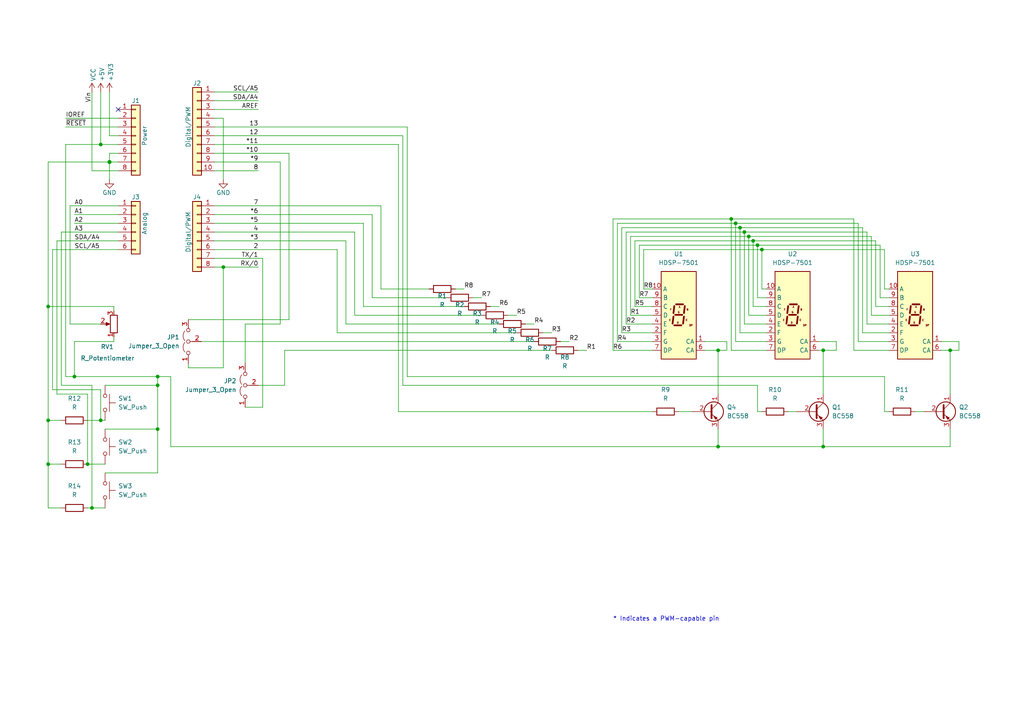
<source format=kicad_sch>
(kicad_sch (version 20231120) (generator "eeschema") (generator_version "8.0")
  (paper "A4")
  (title_block (date "mar. 31 mars 2015"))
  (lib_symbols
    (symbol "Connector_Generic:Conn_01x06" (pin_names (offset 1.016) hide)
      (property "Reference" "J" (at 0 7.62 0))
      (property "Value" "Conn_01x06" (at 0 -10.16 0))
      (symbol "Conn_01x06_1_1"
        (rectangle (start -1.27 -7.493) (end 0 -7.747) (stroke (width 0.1524)))
        (rectangle (start -1.27 -4.953) (end 0 -5.207) (stroke (width 0.1524)))
        (rectangle (start -1.27 -2.413) (end 0 -2.667) (stroke (width 0.1524)))
        (rectangle (start -1.27 0.127) (end 0 -0.127) (stroke (width 0.1524)))
        (rectangle (start -1.27 2.667) (end 0 2.413) (stroke (width 0.1524)))
        (rectangle (start -1.27 5.207) (end 0 4.953) (stroke (width 0.1524)))
        (rectangle (start -1.27 6.35) (end 1.27 -8.89) (stroke (width 0.254)) (fill (type background)))
        (pin passive line (at -5.08 5.08 0) (length 3.81) (name "Pin_1") (number "1"))
        (pin passive line (at -5.08 2.54 0) (length 3.81) (name "Pin_2") (number "2"))
        (pin passive line (at -5.08 0 0) (length 3.81) (name "Pin_3") (number "3"))
        (pin passive line (at -5.08 -2.54 0) (length 3.81) (name "Pin_4") (number "4"))
        (pin passive line (at -5.08 -5.08 0) (length 3.81) (name "Pin_5") (number "5"))
        (pin passive line (at -5.08 -7.62 0) (length 3.81) (name "Pin_6") (number "6"))
      )
    )
    (symbol "Connector_Generic:Conn_01x08" (pin_names (offset 1.016) hide)
      (property "Reference" "J" (at 0 10.16 0))
      (property "Value" "Conn_01x08" (at 0 -12.7 0))
      (symbol "Conn_01x08_1_1"
        (rectangle (start -1.27 -10.033) (end 0 -10.287) (stroke (width 0.1524)))
        (rectangle (start -1.27 -7.493) (end 0 -7.747) (stroke (width 0.1524)))
        (rectangle (start -1.27 -4.953) (end 0 -5.207) (stroke (width 0.1524)))
        (rectangle (start -1.27 -2.413) (end 0 -2.667) (stroke (width 0.1524)))
        (rectangle (start -1.27 0.127) (end 0 -0.127) (stroke (width 0.1524)))
        (rectangle (start -1.27 2.667) (end 0 2.413) (stroke (width 0.1524)))
        (rectangle (start -1.27 5.207) (end 0 4.953) (stroke (width 0.1524)))
        (rectangle (start -1.27 7.747) (end 0 7.493) (stroke (width 0.1524)))
        (rectangle (start -1.27 8.89) (end 1.27 -11.43) (stroke (width 0.254)) (fill (type background)))
        (pin passive line (at -5.08 7.62 0) (length 3.81) (name "Pin_1") (number "1"))
        (pin passive line (at -5.08 5.08 0) (length 3.81) (name "Pin_2") (number "2"))
        (pin passive line (at -5.08 2.54 0) (length 3.81) (name "Pin_3") (number "3"))
        (pin passive line (at -5.08 0 0) (length 3.81) (name "Pin_4") (number "4"))
        (pin passive line (at -5.08 -2.54 0) (length 3.81) (name "Pin_5") (number "5"))
        (pin passive line (at -5.08 -5.08 0) (length 3.81) (name "Pin_6") (number "6"))
        (pin passive line (at -5.08 -7.62 0) (length 3.81) (name "Pin_7") (number "7"))
        (pin passive line (at -5.08 -10.16 0) (length 3.81) (name "Pin_8") (number "8"))
      )
    )
    (symbol "Connector_Generic:Conn_01x10" (pin_names (offset 1.016) hide)
      (property "Reference" "J" (at 0 12.7 0))
      (property "Value" "Conn_01x10" (at 0 -15.24 0))
      (symbol "Conn_01x10_1_1"
        (rectangle (start -1.27 -12.573) (end 0 -12.827) (stroke (width 0.1524)))
        (rectangle (start -1.27 -10.033) (end 0 -10.287) (stroke (width 0.1524)))
        (rectangle (start -1.27 -7.493) (end 0 -7.747) (stroke (width 0.1524)))
        (rectangle (start -1.27 -4.953) (end 0 -5.207) (stroke (width 0.1524)))
        (rectangle (start -1.27 -2.413) (end 0 -2.667) (stroke (width 0.1524)))
        (rectangle (start -1.27 0.127) (end 0 -0.127) (stroke (width 0.1524)))
        (rectangle (start -1.27 2.667) (end 0 2.413) (stroke (width 0.1524)))
        (rectangle (start -1.27 5.207) (end 0 4.953) (stroke (width 0.1524)))
        (rectangle (start -1.27 7.747) (end 0 7.493) (stroke (width 0.1524)))
        (rectangle (start -1.27 10.287) (end 0 10.033) (stroke (width 0.1524)))
        (rectangle (start -1.27 11.43) (end 1.27 -13.97) (stroke (width 0.254)) (fill (type background)))
        (pin passive line (at -5.08 10.16 0) (length 3.81) (name "Pin_1") (number "1"))
        (pin passive line (at -5.08 -12.7 0) (length 3.81) (name "Pin_10") (number "10"))
        (pin passive line (at -5.08 7.62 0) (length 3.81) (name "Pin_2") (number "2"))
        (pin passive line (at -5.08 5.08 0) (length 3.81) (name "Pin_3") (number "3"))
        (pin passive line (at -5.08 2.54 0) (length 3.81) (name "Pin_4") (number "4"))
        (pin passive line (at -5.08 0 0) (length 3.81) (name "Pin_5") (number "5"))
        (pin passive line (at -5.08 -2.54 0) (length 3.81) (name "Pin_6") (number "6"))
        (pin passive line (at -5.08 -5.08 0) (length 3.81) (name "Pin_7") (number "7"))
        (pin passive line (at -5.08 -7.62 0) (length 3.81) (name "Pin_8") (number "8"))
        (pin passive line (at -5.08 -10.16 0) (length 3.81) (name "Pin_9") (number "9"))
      )
    )
    (symbol "Device:R" (pin_numbers hide) (pin_names (offset 0))
      (property "Reference" "R" (at 2.032 0 90))
      (property "Value" "R" (at 0 0 90))
      (symbol "R_0_1"
        (rectangle (start -1.016 -2.54) (end 1.016 2.54) (stroke (width 0.254)))
      )
      (symbol "R_1_1"
        (pin passive line (at 0 3.81 270) (length 1.27) (name "~") (number "1"))
        (pin passive line (at 0 -3.81 90) (length 1.27) (name "~") (number "2"))
      )
    )
    (symbol "Device:R_Potentiometer" (pin_names (offset 1.016) hide)
      (property "Reference" "RV" (at -4.445 0 90))
      (property "Value" "R_Potentiometer" (at -2.54 0 90))
      (symbol "R_Potentiometer_0_1"
        (polyline (pts (xy 2.54 0) (xy 1.524 0)))
        (polyline (pts (xy 1.143 0) (xy 2.286 0.508) (xy 2.286 -0.508) (xy 1.143 0)) (fill (type outline)))
        (rectangle (start 1.016 2.54) (end -1.016 -2.54) (stroke (width 0.254)))
      )
      (symbol "R_Potentiometer_1_1"
        (pin passive line (at 0 3.81 270) (length 1.27) (name "1") (number "1"))
        (pin passive line (at 3.81 0 180) (length 1.27) (name "2") (number "2"))
        (pin passive line (at 0 -3.81 90) (length 1.27) (name "3") (number "3"))
      )
    )
    (symbol "Display_Character:HDSP-7501"
      (property "Reference" "U" (at -3.81 13.97 0))
      (property "Value" "HDSP-7501" (at 6.35 13.97 0))
      (symbol "HDSP-7501_1_0"
        (text "A" (at 0.254 2.413 0) (effects (font (size 0.508 0.508))))
        (text "B" (at 2.54 1.651 0) (effects (font (size 0.508 0.508))))
        (text "C" (at 2.286 -1.397 0) (effects (font (size 0.508 0.508))))
        (text "D" (at -0.254 -2.159 0) (effects (font (size 0.508 0.508))))
        (text "DP" (at 3.556 -2.921 0) (effects (font (size 0.508 0.508))))
        (text "E" (at -2.54 -1.397 0) (effects (font (size 0.508 0.508))))
        (text "F" (at -2.286 1.651 0) (effects (font (size 0.508 0.508))))
        (text "G" (at 0 0.889 0) (effects (font (size 0.508 0.508))))
      )
      (symbol "HDSP-7501_1_1"
        (rectangle (start -5.08 12.7) (end 5.08 -12.7) (stroke (width 0.254)) (fill (type background)))
        (polyline (pts (xy -1.524 -0.381) (xy -1.778 -2.413)) (stroke (width 0.508)))
        (polyline (pts (xy -1.27 -2.921) (xy 0.762 -2.921)) (stroke (width 0.508)))
        (polyline (pts (xy -1.27 2.667) (xy -1.524 0.635)) (stroke (width 0.508)))
        (polyline (pts (xy -1.016 0.127) (xy 1.016 0.127)) (stroke (width 0.508)))
        (polyline (pts (xy -0.762 3.175) (xy 1.27 3.175)) (stroke (width 0.508)))
        (polyline (pts (xy 1.524 -0.381) (xy 1.27 -2.413)) (stroke (width 0.508)))
        (polyline (pts (xy 1.778 2.667) (xy 1.524 0.635)) (stroke (width 0.508)))
        (polyline (pts (xy 2.54 -2.921) (xy 2.54 -2.921)) (stroke (width 0.508)))
        (pin input line (at 7.62 -7.62 180) (length 2.54) (name "CA") (number "1"))
        (pin input line (at -7.62 7.62 0) (length 2.54) (name "A") (number "10"))
        (pin input line (at -7.62 -5.08 0) (length 2.54) (name "F") (number "2"))
        (pin input line (at -7.62 -7.62 0) (length 2.54) (name "G") (number "3"))
        (pin input line (at -7.62 -2.54 0) (length 2.54) (name "E") (number "4"))
        (pin input line (at -7.62 0 0) (length 2.54) (name "D") (number "5"))
        (pin input line (at 7.62 -10.16 180) (length 2.54) (name "CA") (number "6"))
        (pin input line (at -7.62 -10.16 0) (length 2.54) (name "DP") (number "7"))
        (pin input line (at -7.62 2.54 0) (length 2.54) (name "C") (number "8"))
        (pin input line (at -7.62 5.08 0) (length 2.54) (name "B") (number "9"))
      )
    )
    (symbol "Jumper:Jumper_3_Open" (pin_names (offset 0) hide) (exclude_from_sim yes) (in_bom no)
      (property "Reference" "JP" (at -2.54 -2.54 0))
      (property "Value" "Jumper_3_Open" (at 0 2.794 0))
      (symbol "Jumper_3_Open_0_0"
        (circle (center -3.302 0) (radius 0.508))
        (circle (center 0 0) (radius 0.508))
        (circle (center 3.302 0) (radius 0.508))
      )
      (symbol "Jumper_3_Open_0_1"
        (arc (start -0.254 1.016) (mid -1.651 1.4992) (end -3.048 1.016))
        (polyline (pts (xy 0 -0.508) (xy 0 -1.27)))
        (arc (start 3.048 1.016) (mid 1.651 1.4992) (end 0.254 1.016))
      )
      (symbol "Jumper_3_Open_1_1"
        (pin passive line (at -6.35 0 0) (length 2.54) (name "A") (number "1"))
        (pin passive line (at 0 -3.81 90) (length 2.54) (name "C") (number "2"))
        (pin passive line (at 6.35 0 180) (length 2.54) (name "B") (number "3"))
      )
    )
    (symbol "Switch:SW_Push" (pin_numbers hide) (pin_names (offset 1.016) hide)
      (property "Reference" "SW" (at 1.27 2.54 0))
      (property "Value" "SW_Push" (at 0 -1.524 0))
      (symbol "SW_Push_0_1"
        (circle (center -2.032 0) (radius 0.508))
        (polyline (pts (xy 0 1.27) (xy 0 3.048)))
        (polyline (pts (xy 2.54 1.27) (xy -2.54 1.27)))
        (circle (center 2.032 0) (radius 0.508))
        (pin passive line (at -5.08 0 0) (length 2.54) (name "1") (number "1"))
        (pin passive line (at 5.08 0 180) (length 2.54) (name "2") (number "2"))
      )
    )
    (symbol "Transistor_BJT:BC558" (pin_names (offset 0) hide)
      (property "Reference" "Q" (at 5.08 1.905 0))
      (property "Value" "BC558" (at 5.08 0 0))
      (symbol "BC558_0_1"
        (polyline (pts (xy 0.635 0.635) (xy 2.54 2.54)))
        (polyline (pts (xy 0.635 -0.635) (xy 2.54 -2.54) (xy 2.54 -2.54)))
        (polyline (pts (xy 0.635 1.905) (xy 0.635 -1.905) (xy 0.635 -1.905)) (stroke (width 0.508)))
        (polyline (pts (xy 2.286 -1.778) (xy 1.778 -2.286) (xy 1.27 -1.27) (xy 2.286 -1.778) (xy 2.286 -1.778)) (fill (type outline)))
        (circle (center 1.27 0) (radius 2.8194) (stroke (width 0.254)))
      )
      (symbol "BC558_1_1"
        (pin passive line (at 2.54 5.08 270) (length 2.54) (name "C") (number "1"))
        (pin input line (at -5.08 0 0) (length 5.715) (name "B") (number "2"))
        (pin passive line (at 2.54 -5.08 90) (length 2.54) (name "E") (number "3"))
      )
    )
    (symbol "power:+3V3" (power) (pin_names (offset 0))
      (property "Value" "+3V3" (at 0 3.556 0))
      (symbol "+3V3_0_1"
        (polyline (pts (xy -0.762 1.27) (xy 0 2.54)))
        (polyline (pts (xy 0 0) (xy 0 2.54)))
        (polyline (pts (xy 0 2.54) (xy 0.762 1.27)))
      )
      (symbol "+3V3_1_1"
        (pin power_in line (at 0 0 90) (length 0) hide (name "+3V3") (number "1"))
      )
    )
    (symbol "power:+5V" (power) (pin_names (offset 0))
      (property "Value" "+5V" (at 0 3.556 0))
      (symbol "+5V_0_1"
        (polyline (pts (xy -0.762 1.27) (xy 0 2.54)))
        (polyline (pts (xy 0 0) (xy 0 2.54)))
        (polyline (pts (xy 0 2.54) (xy 0.762 1.27)))
      )
      (symbol "+5V_1_1"
        (pin power_in line (at 0 0 90) (length 0) hide (name "+5V") (number "1"))
      )
    )
    (symbol "power:GND" (power) (pin_names (offset 0))
      (property "Value" "GND" (at 0 -3.81 0))
      (symbol "GND_0_1"
        (polyline (pts (xy 0 0) (xy 0 -1.27) (xy 1.27 -1.27) (xy 0 -2.54) (xy -1.27 -1.27) (xy 0 -1.27)))
      )
      (symbol "GND_1_1"
        (pin power_in line (at 0 0 270) (length 0) hide (name "GND") (number "1"))
      )
    )
    (symbol "power:VCC" (power) (pin_names (offset 0))
      (property "Value" "VCC" (at 0 3.81 0))
      (symbol "VCC_0_1"
        (polyline (pts (xy -0.762 1.27) (xy 0 2.54)))
        (polyline (pts (xy 0 0) (xy 0 2.54)))
        (polyline (pts (xy 0 2.54) (xy 0.762 1.27)))
      )
      (symbol "VCC_1_1"
        (pin power_in line (at 0 0 90) (length 0) hide (name "VCC") (number "1"))
      )
    )
  )
  (junction (at 29.21 41.91))
  (junction (at 208.28 101.6))
  (junction (at 13.97 88.9))
  (junction (at 31.75 46.99) (diameter 1.016))
  (junction (at 25.4 134.62))
  (junction (at 217.17 68.58))
  (junction (at 238.76 129.54))
  (junction (at 275.59 101.6))
  (junction (at 21.59 109.22))
  (junction (at 238.76 101.6))
  (junction (at 13.97 134.62))
  (junction (at 220.98 72.39))
  (junction (at 218.44 69.85))
  (junction (at 13.97 121.92))
  (junction (at 215.9 67.31))
  (junction (at 219.71 71.12))
  (junction (at 45.72 111.76))
  (junction (at 26.67 147.32))
  (junction (at 213.36 64.77))
  (junction (at 29.21 121.92))
  (junction (at 45.72 124.46))
  (junction (at 45.72 109.22))
  (junction (at 214.63 66.04))
  (junction (at 208.28 129.54))
  (junction (at 212.09 63.5))
  (junction (at 64.77 77.47))
  (no_connect (at 34.29 31.75))
  (wire (pts (xy 20.32 59.69) (xy 34.29 59.69)))
  (wire (pts (xy 177.8 101.6) (xy 189.23 101.6)))
  (wire (pts (xy 62.23 77.47) (xy 64.77 77.47)))
  (wire (pts (xy 256.54 109.22) (xy 118.11 109.22)))
  (wire (pts (xy 265.43 119.38) (xy 267.97 119.38)))
  (wire (pts (xy 238.76 101.6) (xy 237.49 101.6)))
  (wire (pts (xy 157.48 96.52) (xy 160.02 96.52)))
  (wire (pts (xy 222.25 99.06) (xy 213.36 99.06)))
  (wire (pts (xy 62.23 44.45) (xy 83.82 44.45)))
  (wire (pts (xy 180.34 66.04) (xy 180.34 96.52)))
  (wire (pts (xy 220.98 83.82) (xy 220.98 72.39)))
  (wire (pts (xy 182.88 68.58) (xy 217.17 68.58)))
  (wire (pts (xy 21.59 109.22) (xy 45.72 109.22)))
  (wire (pts (xy 185.42 71.12) (xy 219.71 71.12)))
  (wire (pts (xy 210.82 101.6) (xy 210.82 99.06)))
  (wire (pts (xy 62.23 26.67) (xy 74.93 26.67)))
  (wire (pts (xy 116.84 111.76) (xy 116.84 39.37)))
  (wire (pts (xy 278.13 101.6) (xy 275.59 101.6)))
  (wire (pts (xy 251.46 93.98) (xy 257.81 93.98)))
  (wire (pts (xy 13.97 121.92) (xy 17.78 121.92)))
  (wire (pts (xy 181.61 67.31) (xy 181.61 93.98)))
  (wire (pts (xy 256.54 83.82) (xy 257.81 83.82)))
  (wire (pts (xy 222.25 86.36) (xy 219.71 86.36)))
  (wire (pts (xy 83.82 92.71) (xy 83.82 44.45)))
  (wire (pts (xy 215.9 67.31) (xy 251.46 67.31)))
  (wire (pts (xy 29.21 113.03) (xy 15.24 113.03)))
  (wire (pts (xy 248.92 64.77) (xy 248.92 99.06)))
  (wire (pts (xy 222.25 91.44) (xy 217.17 91.44)))
  (wire (pts (xy 31.75 44.45) (xy 31.75 46.99)))
  (wire (pts (xy 185.42 86.36) (xy 189.23 86.36)))
  (wire (pts (xy 21.59 99.06) (xy 21.59 109.22)))
  (wire (pts (xy 64.77 77.47) (xy 74.93 77.47)))
  (wire (pts (xy 15.24 72.39) (xy 34.29 72.39)))
  (wire (pts (xy 208.28 101.6) (xy 210.82 101.6)))
  (wire (pts (xy 13.97 46.99) (xy 31.75 46.99)))
  (wire (pts (xy 45.72 137.16) (xy 30.48 137.16)))
  (wire (pts (xy 214.63 66.04) (xy 250.19 66.04)))
  (wire (pts (xy 218.44 69.85) (xy 254 69.85)))
  (wire (pts (xy 147.32 91.44) (xy 149.86 91.44)))
  (wire (pts (xy 218.44 69.85) (xy 218.44 88.9)))
  (wire (pts (xy 31.75 46.99) (xy 31.75 52.07)))
  (wire (pts (xy 257.81 119.38) (xy 256.54 119.38)))
  (wire (pts (xy 250.19 96.52) (xy 257.81 96.52)))
  (wire (pts (xy 31.75 39.37) (xy 34.29 39.37)))
  (wire (pts (xy 139.7 91.44) (xy 102.87 91.44)))
  (wire (pts (xy 29.21 41.91) (xy 34.29 41.91)))
  (wire (pts (xy 29.21 26.67) (xy 29.21 41.91)))
  (wire (pts (xy 219.71 71.12) (xy 255.27 71.12)))
  (wire (pts (xy 254 88.9) (xy 257.81 88.9)))
  (wire (pts (xy 105.41 88.9) (xy 105.41 64.77)))
  (wire (pts (xy 15.24 113.03) (xy 15.24 72.39)))
  (wire (pts (xy 238.76 124.46) (xy 238.76 129.54)))
  (wire (pts (xy 214.63 96.52) (xy 214.63 66.04)))
  (wire (pts (xy 62.23 36.83) (xy 118.11 36.83)))
  (wire (pts (xy 25.4 134.62) (xy 30.48 134.62)))
  (wire (pts (xy 212.09 63.5) (xy 247.65 63.5)))
  (wire (pts (xy 30.48 111.76) (xy 45.72 111.76)))
  (wire (pts (xy 31.75 26.67) (xy 31.75 39.37)))
  (wire (pts (xy 62.23 59.69) (xy 110.49 59.69)))
  (wire (pts (xy 33.02 88.9) (xy 33.02 90.17)))
  (wire (pts (xy 20.32 93.98) (xy 20.32 59.69)))
  (wire (pts (xy 17.78 111.76) (xy 17.78 67.31)))
  (wire (pts (xy 252.73 91.44) (xy 257.81 91.44)))
  (wire (pts (xy 242.57 99.06) (xy 242.57 101.6)))
  (wire (pts (xy 62.23 39.37) (xy 116.84 39.37)))
  (wire (pts (xy 152.4 93.98) (xy 154.94 93.98)))
  (wire (pts (xy 58.42 99.06) (xy 154.94 99.06)))
  (wire (pts (xy 45.72 111.76) (xy 45.72 124.46)))
  (wire (pts (xy 64.77 106.68) (xy 64.77 77.47)))
  (wire (pts (xy 54.61 106.68) (xy 64.77 106.68)))
  (wire (pts (xy 21.59 99.06) (xy 33.02 99.06)))
  (wire (pts (xy 278.13 99.06) (xy 278.13 101.6)))
  (wire (pts (xy 107.95 86.36) (xy 107.95 62.23)))
  (wire (pts (xy 62.23 62.23) (xy 107.95 62.23)))
  (wire (pts (xy 49.53 129.54) (xy 49.53 109.22)))
  (wire (pts (xy 19.05 41.91) (xy 29.21 41.91)))
  (wire (pts (xy 21.59 109.22) (xy 19.05 109.22)))
  (wire (pts (xy 54.61 92.71) (xy 83.82 92.71)))
  (wire (pts (xy 185.42 71.12) (xy 185.42 86.36)))
  (wire (pts (xy 275.59 101.6) (xy 273.05 101.6)))
  (wire (pts (xy 213.36 99.06) (xy 213.36 64.77)))
  (wire (pts (xy 76.2 118.11) (xy 76.2 74.93)))
  (wire (pts (xy 184.15 69.85) (xy 218.44 69.85)))
  (wire (pts (xy 13.97 88.9) (xy 33.02 88.9)))
  (wire (pts (xy 254 69.85) (xy 254 88.9)))
  (wire (pts (xy 13.97 134.62) (xy 13.97 147.32)))
  (wire (pts (xy 19.05 109.22) (xy 19.05 41.91)))
  (wire (pts (xy 217.17 68.58) (xy 252.73 68.58)))
  (wire (pts (xy 255.27 86.36) (xy 257.81 86.36)))
  (wire (pts (xy 17.78 67.31) (xy 34.29 67.31)))
  (wire (pts (xy 26.67 147.32) (xy 26.67 111.76)))
  (wire (pts (xy 62.23 46.99) (xy 81.28 46.99)))
  (wire (pts (xy 275.59 101.6) (xy 275.59 114.3)))
  (wire (pts (xy 13.97 147.32) (xy 17.78 147.32)))
  (wire (pts (xy 71.12 105.41) (xy 71.12 93.98)))
  (wire (pts (xy 213.36 64.77) (xy 248.92 64.77)))
  (wire (pts (xy 62.23 67.31) (xy 102.87 67.31)))
  (wire (pts (xy 16.51 69.85) (xy 34.29 69.85)))
  (wire (pts (xy 228.6 119.38) (xy 231.14 119.38)))
  (wire (pts (xy 219.71 111.76) (xy 116.84 111.76)))
  (wire (pts (xy 19.05 34.29) (xy 34.29 34.29)))
  (wire (pts (xy 208.28 129.54) (xy 238.76 129.54)))
  (wire (pts (xy 208.28 124.46) (xy 208.28 129.54)))
  (wire (pts (xy 252.73 68.58) (xy 252.73 91.44)))
  (wire (pts (xy 97.79 96.52) (xy 97.79 72.39)))
  (wire (pts (xy 182.88 68.58) (xy 182.88 91.44)))
  (wire (pts (xy 134.62 88.9) (xy 105.41 88.9)))
  (wire (pts (xy 82.55 101.6) (xy 82.55 111.76)))
  (wire (pts (xy 247.65 101.6) (xy 257.81 101.6)))
  (wire (pts (xy 64.77 34.29) (xy 64.77 52.07)))
  (wire (pts (xy 71.12 93.98) (xy 81.28 93.98)))
  (wire (pts (xy 186.69 72.39) (xy 186.69 83.82)))
  (wire (pts (xy 275.59 129.54) (xy 275.59 124.46)))
  (wire (pts (xy 62.23 31.75) (xy 74.93 31.75)))
  (wire (pts (xy 110.49 83.82) (xy 124.46 83.82)))
  (wire (pts (xy 167.64 101.6) (xy 170.18 101.6)))
  (wire (pts (xy 217.17 91.44) (xy 217.17 68.58)))
  (wire (pts (xy 34.29 64.77) (xy 21.59 64.77)))
  (wire (pts (xy 129.54 86.36) (xy 107.95 86.36)))
  (wire (pts (xy 19.05 36.83) (xy 34.29 36.83)))
  (wire (pts (xy 222.25 83.82) (xy 220.98 83.82)))
  (wire (pts (xy 20.32 93.98) (xy 29.21 93.98)))
  (wire (pts (xy 34.29 46.99) (xy 31.75 46.99)))
  (wire (pts (xy 219.71 71.12) (xy 219.71 86.36)))
  (wire (pts (xy 45.72 109.22) (xy 45.72 111.76)))
  (wire (pts (xy 222.25 88.9) (xy 218.44 88.9)))
  (wire (pts (xy 215.9 93.98) (xy 215.9 67.31)))
  (wire (pts (xy 137.16 86.36) (xy 139.7 86.36)))
  (wire (pts (xy 13.97 121.92) (xy 13.97 134.62)))
  (wire (pts (xy 34.29 49.53) (xy 26.67 49.53)))
  (wire (pts (xy 186.69 83.82) (xy 189.23 83.82)))
  (wire (pts (xy 220.98 119.38) (xy 219.71 119.38)))
  (wire (pts (xy 208.28 101.6) (xy 208.28 114.3)))
  (wire (pts (xy 21.59 62.23) (xy 34.29 62.23)))
  (wire (pts (xy 160.02 101.6) (xy 82.55 101.6)))
  (wire (pts (xy 25.4 114.3) (xy 25.4 134.62)))
  (wire (pts (xy 25.4 114.3) (xy 16.51 114.3)))
  (wire (pts (xy 13.97 88.9) (xy 13.97 121.92)))
  (wire (pts (xy 196.85 119.38) (xy 200.66 119.38)))
  (wire (pts (xy 142.24 88.9) (xy 144.78 88.9)))
  (wire (pts (xy 26.67 111.76) (xy 17.78 111.76)))
  (wire (pts (xy 115.57 119.38) (xy 115.57 41.91)))
  (wire (pts (xy 81.28 93.98) (xy 81.28 46.99)))
  (wire (pts (xy 62.23 34.29) (xy 64.77 34.29)))
  (wire (pts (xy 29.21 121.92) (xy 30.48 121.92)))
  (wire (pts (xy 13.97 134.62) (xy 17.78 134.62)))
  (wire (pts (xy 189.23 119.38) (xy 115.57 119.38)))
  (wire (pts (xy 210.82 99.06) (xy 204.47 99.06)))
  (wire (pts (xy 34.29 44.45) (xy 31.75 44.45)))
  (wire (pts (xy 49.53 129.54) (xy 208.28 129.54)))
  (wire (pts (xy 179.07 99.06) (xy 189.23 99.06)))
  (wire (pts (xy 238.76 129.54) (xy 275.59 129.54)))
  (wire (pts (xy 26.67 147.32) (xy 30.48 147.32)))
  (wire (pts (xy 45.72 124.46) (xy 45.72 137.16)))
  (wire (pts (xy 49.53 109.22) (xy 45.72 109.22)))
  (wire (pts (xy 62.23 41.91) (xy 115.57 41.91)))
  (wire (pts (xy 149.86 96.52) (xy 97.79 96.52)))
  (wire (pts (xy 144.78 93.98) (xy 100.33 93.98)))
  (wire (pts (xy 29.21 121.92) (xy 29.21 113.03)))
  (wire (pts (xy 256.54 109.22) (xy 256.54 119.38)))
  (wire (pts (xy 102.87 91.44) (xy 102.87 67.31)))
  (wire (pts (xy 62.23 64.77) (xy 105.41 64.77)))
  (wire (pts (xy 242.57 101.6) (xy 238.76 101.6)))
  (wire (pts (xy 204.47 101.6) (xy 208.28 101.6)))
  (wire (pts (xy 184.15 88.9) (xy 189.23 88.9)))
  (wire (pts (xy 237.49 99.06) (xy 242.57 99.06)))
  (wire (pts (xy 186.69 72.39) (xy 220.98 72.39)))
  (wire (pts (xy 222.25 101.6) (xy 212.09 101.6)))
  (wire (pts (xy 248.92 99.06) (xy 257.81 99.06)))
  (wire (pts (xy 74.93 111.76) (xy 82.55 111.76)))
  (wire (pts (xy 220.98 72.39) (xy 256.54 72.39)))
  (wire (pts (xy 184.15 69.85) (xy 184.15 88.9)))
  (wire (pts (xy 222.25 96.52) (xy 214.63 96.52)))
  (wire (pts (xy 256.54 72.39) (xy 256.54 83.82)))
  (wire (pts (xy 16.51 114.3) (xy 16.51 69.85)))
  (wire (pts (xy 181.61 67.31) (xy 215.9 67.31)))
  (wire (pts (xy 179.07 64.77) (xy 179.07 99.06)))
  (wire (pts (xy 132.08 83.82) (xy 134.62 83.82)))
  (wire (pts (xy 219.71 119.38) (xy 219.71 111.76)))
  (wire (pts (xy 162.56 99.06) (xy 165.1 99.06)))
  (wire (pts (xy 212.09 101.6) (xy 212.09 63.5)))
  (wire (pts (xy 71.12 118.11) (xy 76.2 118.11)))
  (wire (pts (xy 180.34 66.04) (xy 214.63 66.04)))
  (wire (pts (xy 238.76 101.6) (xy 238.76 114.3)))
  (wire (pts (xy 54.61 105.41) (xy 54.61 106.68)))
  (wire (pts (xy 33.02 99.06) (xy 33.02 97.79)))
  (wire (pts (xy 25.4 121.92) (xy 29.21 121.92)))
  (wire (pts (xy 62.23 29.21) (xy 74.93 29.21)))
  (wire (pts (xy 182.88 91.44) (xy 189.23 91.44)))
  (wire (pts (xy 247.65 63.5) (xy 247.65 101.6)))
  (wire (pts (xy 30.48 124.46) (xy 45.72 124.46)))
  (wire (pts (xy 62.23 72.39) (xy 97.79 72.39)))
  (wire (pts (xy 100.33 93.98) (xy 100.33 69.85)))
  (wire (pts (xy 177.8 63.5) (xy 177.8 101.6)))
  (wire (pts (xy 110.49 59.69) (xy 110.49 83.82)))
  (wire (pts (xy 62.23 69.85) (xy 100.33 69.85)))
  (wire (pts (xy 13.97 88.9) (xy 13.97 46.99)))
  (wire (pts (xy 251.46 67.31) (xy 251.46 93.98)))
  (wire (pts (xy 118.11 109.22) (xy 118.11 36.83)))
  (wire (pts (xy 273.05 99.06) (xy 278.13 99.06)))
  (wire (pts (xy 62.23 74.93) (xy 76.2 74.93)))
  (wire (pts (xy 26.67 49.53) (xy 26.67 26.67)))
  (wire (pts (xy 222.25 93.98) (xy 215.9 93.98)))
  (wire (pts (xy 250.19 66.04) (xy 250.19 96.52)))
  (wire (pts (xy 180.34 96.52) (xy 189.23 96.52)))
  (wire (pts (xy 177.8 63.5) (xy 212.09 63.5)))
  (wire (pts (xy 179.07 64.77) (xy 213.36 64.77)))
  (wire (pts (xy 255.27 71.12) (xy 255.27 86.36)))
  (wire (pts (xy 181.61 93.98) (xy 189.23 93.98)))
  (wire (pts (xy 62.23 49.53) (xy 74.93 49.53)))
  (wire (pts (xy 25.4 147.32) (xy 26.67 147.32)))
  (text "* Indicates a PWM-capable pin" (at 177.8 180.34 0) (effects (font (size 1.27 1.27)) (justify left bottom)))
  (label "R2" (at 165.1 99.06 0))
  (label "RX{slash}0" (at 74.93 77.47 180))
  (label "R4" (at 154.94 93.98 0))
  (label "A2" (at 21.59 64.77 0))
  (label "4" (at 74.93 67.31 180))
  (label "R1" (at 170.18 101.6 0))
  (label "R7" (at 139.7 86.36 0))
  (label "2" (at 74.93 72.39 180))
  (label "R6" (at 144.78 88.9 0))
  (label "A3" (at 21.59 67.31 0))
  (label "13" (at 74.93 36.83 180))
  (label "R1" (at 182.88 91.44 0))
  (label "12" (at 74.93 39.37 180))
  (label "~{RESET}" (at 19.05 36.83 0))
  (label "R7" (at 185.42 86.36 0))
  (label "*10" (at 74.93 44.45 180))
  (label "R8" (at 186.69 83.82 0))
  (label "R6" (at 177.8 101.6 0))
  (label "R5" (at 184.15 88.9 0))
  (label "7" (at 74.93 59.69 180))
  (label "R5" (at 149.86 91.44 0))
  (label "SDA{slash}A4" (at 74.93 29.21 180))
  (label "8" (at 74.93 49.53 180))
  (label "*11" (at 74.93 41.91 180))
  (label "*3" (at 74.93 69.85 180))
  (label "R3" (at 180.34 96.52 0))
  (label "A1" (at 21.59 62.23 0))
  (label "TX{slash}1" (at 74.93 74.93 180))
  (label "A0" (at 21.59 59.69 0))
  (label "AREF" (at 74.93 31.75 180))
  (label "Vin" (at 26.67 26.67 270))
  (label "*6" (at 74.93 62.23 180))
  (label "SCL{slash}A5" (at 74.93 26.67 180))
  (label "*9" (at 74.93 46.99 180))
  (label "R4" (at 179.07 99.06 0))
  (label "R3" (at 160.02 96.52 0))
  (label "*5" (at 74.93 64.77 180))
  (label "IOREF" (at 19.05 34.29 0))
  (label "R2" (at 181.61 93.98 0))
  (label "SDA{slash}A4" (at 21.59 69.85 0))
  (label "SCL{slash}A5" (at 21.59 72.39 0))
  (label "R8" (at 134.62 83.82 0))
  (symbol (lib_id "Connector_Generic:Conn_01x08") (at 39.37 39.37 0) (unit 1)
    (property "Reference" "J1" (at 39.37 29.21 0))
    (property "Value" "Power" (at 41.91 39.37 90))
    (property "Footprint" "Connector_PinSocket_2.54mm:PinSocket_1x08_P2.54mm_Vertical" (effects (hide yes)))
  )
  (symbol (lib_id "power:+3V3") (at 31.75 26.67 0) (unit 1)
    (property "Reference" "#PWR03" (effects (hide yes)))
    (property "Value" "+3V3" (at 32.131 23.622 90) (effects (justify left)))
  )
  (symbol (lib_id "power:+5V") (at 29.21 26.67 0) (unit 1)
    (property "Reference" "#PWR02" (effects (hide yes)))
    (property "Value" "+5V" (at 29.5656 23.622 90) (effects (justify left)))
  )
  (symbol (lib_id "power:GND") (at 31.75 52.07 0) (unit 1)
    (property "Reference" "#PWR04" (effects (hide yes)))
    (property "Value" "GND" (at 31.75 55.88 0))
  )
  (symbol (lib_id "Connector_Generic:Conn_01x10") (at 57.15 36.83 0) (mirror y) (unit 1)
    (property "Reference" "J2" (at 57.15 24.13 0))
    (property "Value" "Digital/PWM" (at 54.61 36.83 90))
    (property "Footprint" "Connector_PinSocket_2.54mm:PinSocket_1x10_P2.54mm_Vertical" (effects (hide yes)))
  )
  (symbol (lib_id "power:GND") (at 64.77 52.07 0) (unit 1)
    (property "Reference" "#PWR05" (effects (hide yes)))
    (property "Value" "GND" (at 64.77 55.88 0))
  )
  (symbol (lib_id "Connector_Generic:Conn_01x06") (at 39.37 64.77 0) (unit 1)
    (property "Reference" "J3" (at 39.37 57.15 0))
    (property "Value" "Analog" (at 41.91 64.77 90))
    (property "Footprint" "Connector_PinSocket_2.54mm:PinSocket_1x06_P2.54mm_Vertical" (effects (hide yes)))
  )
  (symbol (lib_id "Connector_Generic:Conn_01x08") (at 57.15 67.31 0) (mirror y) (unit 1)
    (property "Reference" "J4" (at 57.15 57.15 0))
    (property "Value" "Digital/PWM" (at 54.61 67.31 90))
    (property "Footprint" "Connector_PinSocket_2.54mm:PinSocket_1x08_P2.54mm_Vertical" (effects (hide yes)))
  )
  (symbol (lib_id "Display_Character:HDSP-7501") (at 229.87 91.44 0) (unit 1)
    (property "Reference" "U2" (at 229.87 73.66 0))
    (property "Value" "HDSP-7501" (at 229.87 76.2 0))
    (property "Footprint" "7SegmentAC:D1X8K_AC" (effects (hide yes)))
    (property "Datasheet" "https://docs.broadcom.com/docs/AV02-2553EN" (effects (hide yes)))
    (property "Description" "One digit 7 segment high efficiency red, common anode" (effects (hide yes)))
  )
  (symbol (lib_id "Device:R") (at 193.04 119.38 90) (unit 1)
    (property "Reference" "R9" (at 193.04 113.03 90))
    (property "Value" "R" (at 193.04 115.57 90))
    (property "Footprint" "Resistor_THT:R_Axial_DIN0207_L6.3mm_D2.5mm_P7.62mm_Horizontal" (effects (hide yes)))
    (property "Description" "Resistor" (effects (hide yes)))
  )
  (symbol (lib_id "Device:R") (at 133.35 86.36 90) (unit 1)
    (property "Reference" "R2" (at 133.35 88.392 90))
    (property "Value" "R" (at 133.35 90.932 90))
    (property "Footprint" "Resistor_THT:R_Axial_DIN0207_L6.3mm_D2.5mm_P7.62mm_Horizontal" (effects (hide yes)))
    (property "Description" "Resistor" (effects (hide yes)))
  )
  (symbol (lib_id "Device:R") (at 224.79 119.38 90) (unit 1)
    (property "Reference" "R10" (at 224.79 113.03 90))
    (property "Value" "R" (at 224.79 115.57 90))
    (property "Footprint" "Resistor_THT:R_Axial_DIN0207_L6.3mm_D2.5mm_P7.62mm_Horizontal" (effects (hide yes)))
    (property "Description" "Resistor" (effects (hide yes)))
  )
  (symbol (lib_id "Device:R") (at 143.51 91.44 90) (unit 1)
    (property "Reference" "R4" (at 143.51 93.472 90))
    (property "Value" "R" (at 143.51 96.012 90))
    (property "Footprint" "Resistor_THT:R_Axial_DIN0207_L6.3mm_D2.5mm_P7.62mm_Horizontal" (effects (hide yes)))
    (property "Description" "Resistor" (effects (hide yes)))
  )
  (symbol (lib_id "Device:R") (at 148.59 93.98 90) (unit 1)
    (property "Reference" "R5" (at 148.59 96.012 90))
    (property "Value" "R" (at 148.59 98.552 90))
    (property "Footprint" "Resistor_THT:R_Axial_DIN0207_L6.3mm_D2.5mm_P7.62mm_Horizontal" (effects (hide yes)))
    (property "Description" "Resistor" (effects (hide yes)))
  )
  (symbol (lib_id "Display_Character:HDSP-7501") (at 196.85 91.44 0) (unit 1)
    (property "Reference" "U1" (at 196.85 73.66 0))
    (property "Value" "HDSP-7501" (at 196.85 76.2 0))
    (property "Footprint" "7SegmentAC:D1X8K_AC" (effects (hide yes)))
    (property "Datasheet" "https://docs.broadcom.com/docs/AV02-2553EN" (effects (hide yes)))
    (property "Description" "One digit 7 segment high efficiency red, common anode" (effects (hide yes)))
  )
  (symbol (lib_id "Device:R") (at 21.59 134.62 90) (unit 1)
    (property "Reference" "R13" (at 21.59 128.27 90))
    (property "Value" "R" (at 21.59 130.81 90))
    (property "Footprint" "Resistor_THT:R_Axial_DIN0207_L6.3mm_D2.5mm_P7.62mm_Horizontal" (effects (hide yes)))
    (property "Description" "Resistor" (effects (hide yes)))
  )
  (symbol (lib_id "Device:R") (at 163.83 101.6 90) (unit 1)
    (property "Reference" "R8" (at 163.83 103.632 90))
    (property "Value" "R" (at 163.83 106.172 90))
    (property "Footprint" "Resistor_THT:R_Axial_DIN0207_L6.3mm_D2.5mm_P7.62mm_Horizontal" (effects (hide yes)))
    (property "Description" "Resistor" (effects (hide yes)))
  )
  (symbol (lib_id "power:VCC") (at 26.67 26.67 0) (unit 1)
    (property "Reference" "#PWR01" (effects (hide yes)))
    (property "Value" "VCC" (at 27.051 23.622 90) (effects (justify left)))
  )
  (symbol (lib_id "Device:R") (at 21.59 121.92 90) (unit 1)
    (property "Reference" "R12" (at 21.59 115.57 90))
    (property "Value" "R" (at 21.59 118.11 90))
    (property "Footprint" "Resistor_THT:R_Axial_DIN0207_L6.3mm_D2.5mm_P7.62mm_Horizontal" (effects (hide yes)))
    (property "Description" "Resistor" (effects (hide yes)))
  )
  (symbol (lib_id "Device:R_Potentiometer") (at 33.02 93.98 180) (unit 1)
    (property "Reference" "RV1" (at 29.21 100.584 0) (effects (justify right)))
    (property "Value" "R_Potentiometer" (at 23.368 103.886 0) (effects (justify right)))
    (property "Footprint" "Potentiometer_THT:Potentiometer_Alps_RK09K_Single_Horizontal" (effects (hide yes)))
    (property "Description" "Potentiometer" (effects (hide yes)))
  )
  (symbol (lib_id "Switch:SW_Push") (at 30.48 129.54 270) (unit 1)
    (property "Reference" "SW2" (at 34.29 128.2699 90) (effects (justify left)))
    (property "Value" "SW_Push" (at 34.29 130.8099 90) (effects (justify left)))
    (property "Footprint" "Button_Switch_THT:SW_PUSH_6mm_H4.3mm" (effects (hide yes)))
    (property "Description" "Push button switch, generic, two pins" (effects (hide yes)))
  )
  (symbol (lib_id "Transistor_BJT:BC558") (at 273.05 119.38 0) (unit 1)
    (property "Reference" "Q2" (at 278.13 118.1099 0) (effects (justify left)))
    (property "Value" "BC558" (at 278.13 120.6499 0) (effects (justify left)))
    (property "Footprint" "Package_TO_SOT_THT:TO-92_Inline" (effects (hide yes)))
    (property "Datasheet" "https://www.onsemi.com/pub/Collateral/BC556BTA-D.pdf" (effects (hide yes)))
    (property "Description" "0.1A Ic, 30V Vce, PNP Small Signal Transistor, TO-92" (effects (hide yes)))
  )
  (symbol (lib_id "Transistor_BJT:BC558") (at 205.74 119.38 0) (unit 1)
    (property "Reference" "Q4" (at 210.82 118.1099 0) (effects (justify left)))
    (property "Value" "BC558" (at 210.82 120.6499 0) (effects (justify left)))
    (property "Footprint" "Package_TO_SOT_THT:TO-92_Inline" (effects (hide yes)))
    (property "Datasheet" "https://www.onsemi.com/pub/Collateral/BC556BTA-D.pdf" (effects (hide yes)))
    (property "Description" "0.1A Ic, 30V Vce, PNP Small Signal Transistor, TO-92" (effects (hide yes)))
  )
  (symbol (lib_id "Switch:SW_Push") (at 30.48 142.24 270) (unit 1)
    (property "Reference" "SW3" (at 34.29 140.9699 90) (effects (justify left)))
    (property "Value" "SW_Push" (at 34.29 143.5099 90) (effects (justify left)))
    (property "Footprint" "Button_Switch_THT:SW_PUSH_6mm_H4.3mm" (effects (hide yes)))
    (property "Description" "Push button switch, generic, two pins" (effects (hide yes)))
  )
  (symbol (lib_id "Device:R") (at 138.43 88.9 90) (unit 1)
    (property "Reference" "R3" (at 138.43 90.932 90))
    (property "Value" "R" (at 138.43 93.472 90))
    (property "Footprint" "Resistor_THT:R_Axial_DIN0207_L6.3mm_D2.5mm_P7.62mm_Horizontal" (effects (hide yes)))
    (property "Description" "Resistor" (effects (hide yes)))
  )
  (symbol (lib_id "Device:R") (at 158.75 99.06 90) (unit 1)
    (property "Reference" "R7" (at 158.75 101.092 90))
    (property "Value" "R" (at 158.75 103.632 90))
    (property "Footprint" "Resistor_THT:R_Axial_DIN0207_L6.3mm_D2.5mm_P7.62mm_Horizontal" (effects (hide yes)))
    (property "Description" "Resistor" (effects (hide yes)))
  )
  (symbol (lib_id "Transistor_BJT:BC558") (at 236.22 119.38 0) (unit 1)
    (property "Reference" "Q1" (at 241.3 118.1099 0) (effects (justify left)))
    (property "Value" "BC558" (at 241.3 120.6499 0) (effects (justify left)))
    (property "Footprint" "Package_TO_SOT_THT:TO-92_Inline" (effects (hide yes)))
    (property "Datasheet" "https://www.onsemi.com/pub/Collateral/BC556BTA-D.pdf" (effects (hide yes)))
    (property "Description" "0.1A Ic, 30V Vce, PNP Small Signal Transistor, TO-92" (effects (hide yes)))
  )
  (symbol (lib_id "Jumper:Jumper_3_Open") (at 54.61 99.06 90) (unit 1) (exclude_from_sim yes) (in_bom no)
    (property "Reference" "JP1" (at 52.07 97.7899 90) (effects (justify left)))
    (property "Value" "Jumper_3_Open" (at 52.07 100.3299 90) (effects (justify left)))
    (property "Footprint" "Connector_PinHeader_2.54mm:PinHeader_1x03_P2.54mm_Vertical" (effects (hide yes)))
    (property "Description" "Jumper, 3-pole, both open" (effects (hide yes)))
  )
  (symbol (lib_id "Switch:SW_Push") (at 30.48 116.84 270) (unit 1)
    (property "Reference" "SW1" (at 34.29 115.5699 90) (effects (justify left)))
    (property "Value" "SW_Push" (at 34.29 118.1099 90) (effects (justify left)))
    (property "Footprint" "Button_Switch_THT:SW_PUSH_6mm_H4.3mm" (effects (hide yes)))
    (property "Description" "Push button switch, generic, two pins" (effects (hide yes)))
  )
  (symbol (lib_id "Device:R") (at 153.67 96.52 90) (unit 1)
    (property "Reference" "R6" (at 153.67 98.552 90))
    (property "Value" "R" (at 153.67 101.092 90))
    (property "Footprint" "Resistor_THT:R_Axial_DIN0207_L6.3mm_D2.5mm_P7.62mm_Horizontal" (effects (hide yes)))
    (property "Description" "Resistor" (effects (hide yes)))
  )
  (symbol (lib_id "Jumper:Jumper_3_Open") (at 71.12 111.76 90) (unit 1) (exclude_from_sim yes) (in_bom no)
    (property "Reference" "JP2" (at 68.58 110.4899 90) (effects (justify left)))
    (property "Value" "Jumper_3_Open" (at 68.58 113.0299 90) (effects (justify left)))
    (property "Footprint" "Connector_PinHeader_2.54mm:PinHeader_1x03_P2.54mm_Vertical" (effects (hide yes)))
    (property "Description" "Jumper, 3-pole, both open" (effects (hide yes)))
  )
  (symbol (lib_id "Device:R") (at 128.27 83.82 90) (unit 1)
    (property "Reference" "R1" (at 128.27 85.852 90))
    (property "Value" "R" (at 128.27 88.392 90))
    (property "Footprint" "Resistor_THT:R_Axial_DIN0207_L6.3mm_D2.5mm_P7.62mm_Horizontal" (effects (hide yes)))
    (property "Description" "Resistor" (effects (hide yes)))
  )
  (symbol (lib_id "Display_Character:HDSP-7501") (at 265.43 91.44 0) (unit 1)
    (property "Reference" "U3" (at 265.43 73.66 0))
    (property "Value" "HDSP-7501" (at 265.43 76.2 0))
    (property "Footprint" "7SegmentAC:D1X8K_AC" (effects (hide yes)))
    (property "Datasheet" "https://docs.broadcom.com/docs/AV02-2553EN" (effects (hide yes)))
    (property "Description" "One digit 7 segment high efficiency red, common anode" (effects (hide yes)))
  )
  (symbol (lib_id "Device:R") (at 21.59 147.32 90) (unit 1)
    (property "Reference" "R14" (at 21.59 140.97 90))
    (property "Value" "R" (at 21.59 143.51 90))
    (property "Footprint" "Resistor_THT:R_Axial_DIN0207_L6.3mm_D2.5mm_P7.62mm_Horizontal" (effects (hide yes)))
    (property "Description" "Resistor" (effects (hide yes)))
  )
  (symbol (lib_id "Device:R") (at 261.62 119.38 90) (unit 1)
    (property "Reference" "R11" (at 261.62 113.03 90))
    (property "Value" "R" (at 261.62 115.57 90))
    (property "Footprint" "Resistor_THT:R_Axial_DIN0207_L6.3mm_D2.5mm_P7.62mm_Horizontal" (effects (hide yes)))
    (property "Description" "Resistor" (effects (hide yes)))
  )
)
</source>
